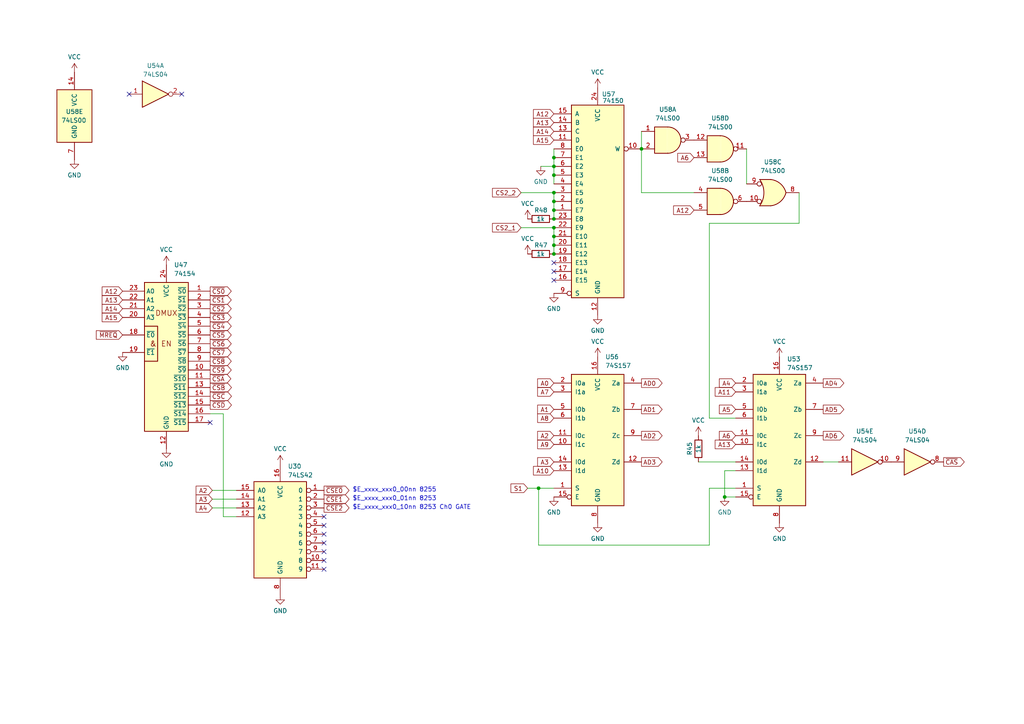
<source format=kicad_sch>
(kicad_sch (version 20230121) (generator eeschema)
  (paper "A4")
  (title_block (title "DECODER") (date "2023-08-07") (comment 2 "U54 E,D") (comment 3 "U47 U53 U56 U57 U58") (comment 4 "U54 74LS04 MZ-80C基板より"))
  (lib_symbols
    (symbol "74150:74150" (pin_names (offset 1.016))
      (property "Reference" "U" (at -7.62 21.59 0))
      (property "Value" "74150" (at -5.08 -36.83 0))
      (symbol "74150_1_0"
        (pin input line (at -12.7 -10.16 0) (length 5.08) (name "E7") (number "1"))
        (pin output inverted (at 12.7 7.62 180) (length 5.08) (name "W") (number "10"))
        (pin input line (at -12.7 10.16 0) (length 5.08) (name "D") (number "11"))
        (pin power_in line (at 0 -40.64 90) (length 5.08) (name "GND") (number "12"))
        (pin input line (at -12.7 12.7 0) (length 5.08) (name "C") (number "13"))
        (pin input line (at -12.7 15.24 0) (length 5.08) (name "B") (number "14"))
        (pin input line (at -12.7 17.78 0) (length 5.08) (name "A") (number "15"))
        (pin input line (at -12.7 -30.48 0) (length 5.08) (name "E15") (number "16"))
        (pin input line (at -12.7 -27.94 0) (length 5.08) (name "E14") (number "17"))
        (pin input line (at -12.7 -25.4 0) (length 5.08) (name "E13") (number "18"))
        (pin input line (at -12.7 -22.86 0) (length 5.08) (name "E12") (number "19"))
        (pin input line (at -12.7 -7.62 0) (length 5.08) (name "E6") (number "2"))
        (pin input line (at -12.7 -20.32 0) (length 5.08) (name "E11") (number "20"))
        (pin input line (at -12.7 -17.78 0) (length 5.08) (name "E10") (number "21"))
        (pin input line (at -12.7 -15.24 0) (length 5.08) (name "E9") (number "22"))
        (pin input line (at -12.7 -12.7 0) (length 5.08) (name "E8") (number "23"))
        (pin power_in line (at 0 25.4 270) (length 5.08) (name "VCC") (number "24"))
        (pin input line (at -12.7 -5.08 0) (length 5.08) (name "E5") (number "3"))
        (pin input line (at -12.7 -2.54 0) (length 5.08) (name "E4") (number "4"))
        (pin input line (at -12.7 0 0) (length 5.08) (name "E3") (number "5"))
        (pin input line (at -12.7 2.54 0) (length 5.08) (name "E2") (number "6"))
        (pin input line (at -12.7 5.08 0) (length 5.08) (name "E1") (number "7"))
        (pin input line (at -12.7 7.62 0) (length 5.08) (name "E0") (number "8"))
        (pin input inverted (at -12.7 -34.29 0) (length 5.08) (name "S") (number "9"))
      )
      (symbol "74150_1_1"
        (rectangle (start -7.62 20.32) (end 7.62 -35.56) (stroke (width 0.254)) (fill (type background)))
      )
    )
    (symbol "74154:74154"
      (property "Reference" "U" (at 6.35 25.4 0))
      (property "Value" "74154" (at 7.62 -21.59 0))
      (symbol "74154_0_0"
        (rectangle (start -6.35 22.86) (end 6.35 -20.32) (stroke (width 0.254)) (fill (type background)))
        (polyline (pts (xy -6.35 10.16) (xy -2.54 10.16) (xy -2.54 0) (xy -6.35 0) (xy -6.35 0)) (stroke (width 0.254)) (fill (type background)))
        (text "&" (at -3.81 5.08 0) (effects (font (size 1.524 1.524))))
        (text "DMUX" (at 0 13.97 0) (effects (font (size 1.524 1.524))))
        (text "EN" (at 0 5.08 0) (effects (font (size 1.524 1.524))))
        (pin power_in line (at 0 -25.4 90) (length 5.08) (name "GND") (number "12"))
        (pin power_in line (at 0 27.94 270) (length 5.08) (name "VCC") (number "24"))
      )
      (symbol "74154_1_1"
        (pin output line (at 12.7 20.32 180) (length 6.35) (name "~{S0}") (number "1"))
        (pin output line (at 12.7 -2.54 180) (length 6.35) (name "~{S9}") (number "10"))
        (pin output line (at 12.7 -5.08 180) (length 6.35) (name "~{S10}") (number "11"))
        (pin output line (at 12.7 -7.62 180) (length 6.35) (name "~{S11}") (number "13"))
        (pin output line (at 12.7 -10.16 180) (length 6.35) (name "~{S12}") (number "14"))
        (pin output line (at 12.7 -12.7 180) (length 6.35) (name "~{S13}") (number "15"))
        (pin output line (at 12.7 -15.24 180) (length 6.35) (name "~{S14}") (number "16"))
        (pin output line (at 12.7 -17.78 180) (length 6.35) (name "~{S15}") (number "17"))
        (pin input line (at -12.7 7.62 0) (length 6.35) (name "~{E0}") (number "18"))
        (pin input line (at -12.7 2.54 0) (length 6.35) (name "~{E1}") (number "19"))
        (pin output line (at 12.7 17.78 180) (length 6.35) (name "~{S1}") (number "2"))
        (pin input line (at -12.7 12.7 0) (length 6.35) (name "A3") (number "20"))
        (pin input line (at -12.7 15.24 0) (length 6.35) (name "A2") (number "21"))
        (pin input line (at -12.7 17.78 0) (length 6.35) (name "A1") (number "22"))
        (pin input line (at -12.7 20.32 0) (length 6.35) (name "A0") (number "23"))
        (pin output line (at 12.7 15.24 180) (length 6.35) (name "~{S2}") (number "3"))
        (pin output line (at 12.7 12.7 180) (length 6.35) (name "~{S3}") (number "4"))
        (pin output line (at 12.7 10.16 180) (length 6.35) (name "~{S4}") (number "5"))
        (pin output line (at 12.7 7.62 180) (length 6.35) (name "~{S5}") (number "6"))
        (pin output line (at 12.7 5.08 180) (length 6.35) (name "~{S6}") (number "7"))
        (pin output line (at 12.7 2.54 180) (length 6.35) (name "~{S7}") (number "8"))
        (pin output line (at 12.7 0 180) (length 6.35) (name "~{S8}") (number "9"))
      )
    )
    (symbol "74xx:74LS00" (pin_names (offset 1.016))
      (property "Reference" "U" (at 0 1.27 0))
      (property "Value" "74LS00" (at 0 -1.27 0))
      (symbol "74LS00_1_1"
        (arc (start 0 -3.81) (mid 3.7934 0) (end 0 3.81) (stroke (width 0.254)) (fill (type background)))
        (polyline (pts (xy 0 3.81) (xy -3.81 3.81) (xy -3.81 -3.81) (xy 0 -3.81)) (stroke (width 0.254)) (fill (type background)))
        (pin input line (at -7.62 2.54 0) (length 3.81) (name "~") (number "1"))
        (pin input line (at -7.62 -2.54 0) (length 3.81) (name "~") (number "2"))
        (pin output inverted (at 7.62 0 180) (length 3.81) (name "~") (number "3"))
      )
      (symbol "74LS00_1_2"
        (arc (start -3.81 -3.81) (mid -2.589 0) (end -3.81 3.81) (stroke (width 0.254)))
        (arc (start -0.6096 -3.81) (mid 2.1842 -2.5851) (end 3.81 0) (stroke (width 0.254)) (fill (type background)))
        (polyline (pts (xy -3.81 -3.81) (xy -0.635 -3.81)) (stroke (width 0.254)) (fill (type background)))
        (polyline (pts (xy -3.81 3.81) (xy -0.635 3.81)) (stroke (width 0.254)) (fill (type background)))
        (polyline (pts (xy -0.635 3.81) (xy -3.81 3.81) (xy -3.81 3.81) (xy -3.556 3.4036) (xy -3.0226 2.2606) (xy -2.6924 1.0414) (xy -2.6162 -0.254) (xy -2.7686 -1.4986) (xy -3.175 -2.7178) (xy -3.81 -3.81) (xy -3.81 -3.81) (xy -0.635 -3.81)) (stroke (width -25.4)) (fill (type background)))
        (arc (start 3.81 0) (mid 2.1915 2.5936) (end -0.6096 3.81) (stroke (width 0.254)) (fill (type background)))
        (pin input inverted (at -7.62 2.54 0) (length 4.318) (name "~") (number "1"))
        (pin input inverted (at -7.62 -2.54 0) (length 4.318) (name "~") (number "2"))
        (pin output line (at 7.62 0 180) (length 3.81) (name "~") (number "3"))
      )
      (symbol "74LS00_2_1"
        (arc (start 0 -3.81) (mid 3.7934 0) (end 0 3.81) (stroke (width 0.254)) (fill (type background)))
        (polyline (pts (xy 0 3.81) (xy -3.81 3.81) (xy -3.81 -3.81) (xy 0 -3.81)) (stroke (width 0.254)) (fill (type background)))
        (pin input line (at -7.62 2.54 0) (length 3.81) (name "~") (number "4"))
        (pin input line (at -7.62 -2.54 0) (length 3.81) (name "~") (number "5"))
        (pin output inverted (at 7.62 0 180) (length 3.81) (name "~") (number "6"))
      )
      (symbol "74LS00_2_2"
        (arc (start -3.81 -3.81) (mid -2.589 0) (end -3.81 3.81) (stroke (width 0.254)))
        (arc (start -0.6096 -3.81) (mid 2.1842 -2.5851) (end 3.81 0) (stroke (width 0.254)) (fill (type background)))
        (polyline (pts (xy -3.81 -3.81) (xy -0.635 -3.81)) (stroke (width 0.254)) (fill (type background)))
        (polyline (pts (xy -3.81 3.81) (xy -0.635 3.81)) (stroke (width 0.254)) (fill (type background)))
        (polyline (pts (xy -0.635 3.81) (xy -3.81 3.81) (xy -3.81 3.81) (xy -3.556 3.4036) (xy -3.0226 2.2606) (xy -2.6924 1.0414) (xy -2.6162 -0.254) (xy -2.7686 -1.4986) (xy -3.175 -2.7178) (xy -3.81 -3.81) (xy -3.81 -3.81) (xy -0.635 -3.81)) (stroke (width -25.4)) (fill (type background)))
        (arc (start 3.81 0) (mid 2.1915 2.5936) (end -0.6096 3.81) (stroke (width 0.254)) (fill (type background)))
        (pin input inverted (at -7.62 2.54 0) (length 4.318) (name "~") (number "4"))
        (pin input inverted (at -7.62 -2.54 0) (length 4.318) (name "~") (number "5"))
        (pin output line (at 7.62 0 180) (length 3.81) (name "~") (number "6"))
      )
      (symbol "74LS00_3_1"
        (arc (start 0 -3.81) (mid 3.7934 0) (end 0 3.81) (stroke (width 0.254)) (fill (type background)))
        (polyline (pts (xy 0 3.81) (xy -3.81 3.81) (xy -3.81 -3.81) (xy 0 -3.81)) (stroke (width 0.254)) (fill (type background)))
        (pin input line (at -7.62 -2.54 0) (length 3.81) (name "~") (number "10"))
        (pin output inverted (at 7.62 0 180) (length 3.81) (name "~") (number "8"))
        (pin input line (at -7.62 2.54 0) (length 3.81) (name "~") (number "9"))
      )
      (symbol "74LS00_3_2"
        (arc (start -3.81 -3.81) (mid -2.589 0) (end -3.81 3.81) (stroke (width 0.254)))
        (arc (start -0.6096 -3.81) (mid 2.1842 -2.5851) (end 3.81 0) (stroke (width 0.254)) (fill (type background)))
        (polyline (pts (xy -3.81 -3.81) (xy -0.635 -3.81)) (stroke (width 0.254)) (fill (type background)))
        (polyline (pts (xy -3.81 3.81) (xy -0.635 3.81)) (stroke (width 0.254)) (fill (type background)))
        (polyline (pts (xy -0.635 3.81) (xy -3.81 3.81) (xy -3.81 3.81) (xy -3.556 3.4036) (xy -3.0226 2.2606) (xy -2.6924 1.0414) (xy -2.6162 -0.254) (xy -2.7686 -1.4986) (xy -3.175 -2.7178) (xy -3.81 -3.81) (xy -3.81 -3.81) (xy -0.635 -3.81)) (stroke (width -25.4)) (fill (type background)))
        (arc (start 3.81 0) (mid 2.1915 2.5936) (end -0.6096 3.81) (stroke (width 0.254)) (fill (type background)))
        (pin input inverted (at -7.62 -2.54 0) (length 4.318) (name "~") (number "10"))
        (pin output line (at 7.62 0 180) (length 3.81) (name "~") (number "8"))
        (pin input inverted (at -7.62 2.54 0) (length 4.318) (name "~") (number "9"))
      )
      (symbol "74LS00_4_1"
        (arc (start 0 -3.81) (mid 3.7934 0) (end 0 3.81) (stroke (width 0.254)) (fill (type background)))
        (polyline (pts (xy 0 3.81) (xy -3.81 3.81) (xy -3.81 -3.81) (xy 0 -3.81)) (stroke (width 0.254)) (fill (type background)))
        (pin output inverted (at 7.62 0 180) (length 3.81) (name "~") (number "11"))
        (pin input line (at -7.62 2.54 0) (length 3.81) (name "~") (number "12"))
        (pin input line (at -7.62 -2.54 0) (length 3.81) (name "~") (number "13"))
      )
      (symbol "74LS00_4_2"
        (arc (start -3.81 -3.81) (mid -2.589 0) (end -3.81 3.81) (stroke (width 0.254)))
        (arc (start -0.6096 -3.81) (mid 2.1842 -2.5851) (end 3.81 0) (stroke (width 0.254)) (fill (type background)))
        (polyline (pts (xy -3.81 -3.81) (xy -0.635 -3.81)) (stroke (width 0.254)) (fill (type background)))
        (polyline (pts (xy -3.81 3.81) (xy -0.635 3.81)) (stroke (width 0.254)) (fill (type background)))
        (polyline (pts (xy -0.635 3.81) (xy -3.81 3.81) (xy -3.81 3.81) (xy -3.556 3.4036) (xy -3.0226 2.2606) (xy -2.6924 1.0414) (xy -2.6162 -0.254) (xy -2.7686 -1.4986) (xy -3.175 -2.7178) (xy -3.81 -3.81) (xy -3.81 -3.81) (xy -0.635 -3.81)) (stroke (width -25.4)) (fill (type background)))
        (arc (start 3.81 0) (mid 2.1915 2.5936) (end -0.6096 3.81) (stroke (width 0.254)) (fill (type background)))
        (pin output line (at 7.62 0 180) (length 3.81) (name "~") (number "11"))
        (pin input inverted (at -7.62 2.54 0) (length 4.318) (name "~") (number "12"))
        (pin input inverted (at -7.62 -2.54 0) (length 4.318) (name "~") (number "13"))
      )
      (symbol "74LS00_5_0"
        (pin power_in line (at 0 12.7 270) (length 5.08) (name "VCC") (number "14"))
        (pin power_in line (at 0 -12.7 90) (length 5.08) (name "GND") (number "7"))
      )
      (symbol "74LS00_5_1"
        (rectangle (start -5.08 7.62) (end 5.08 -7.62) (stroke (width 0.254)) (fill (type background)))
      )
    )
    (symbol "74xx:74LS04"
      (property "Reference" "U" (at 0 1.27 0))
      (property "Value" "74LS04" (at 0 -1.27 0))
      (symbol "74LS04_1_0"
        (polyline (pts (xy -3.81 3.81) (xy -3.81 -3.81) (xy 3.81 0) (xy -3.81 3.81)) (stroke (width 0.254)) (fill (type background)))
        (pin input line (at -7.62 0 0) (length 3.81) (name "~") (number "1"))
        (pin output inverted (at 7.62 0 180) (length 3.81) (name "~") (number "2"))
      )
      (symbol "74LS04_2_0"
        (polyline (pts (xy -3.81 3.81) (xy -3.81 -3.81) (xy 3.81 0) (xy -3.81 3.81)) (stroke (width 0.254)) (fill (type background)))
        (pin input line (at -7.62 0 0) (length 3.81) (name "~") (number "3"))
        (pin output inverted (at 7.62 0 180) (length 3.81) (name "~") (number "4"))
      )
      (symbol "74LS04_3_0"
        (polyline (pts (xy -3.81 3.81) (xy -3.81 -3.81) (xy 3.81 0) (xy -3.81 3.81)) (stroke (width 0.254)) (fill (type background)))
        (pin input line (at -7.62 0 0) (length 3.81) (name "~") (number "5"))
        (pin output inverted (at 7.62 0 180) (length 3.81) (name "~") (number "6"))
      )
      (symbol "74LS04_4_0"
        (polyline (pts (xy -3.81 3.81) (xy -3.81 -3.81) (xy 3.81 0) (xy -3.81 3.81)) (stroke (width 0.254)) (fill (type background)))
        (pin output inverted (at 7.62 0 180) (length 3.81) (name "~") (number "8"))
        (pin input line (at -7.62 0 0) (length 3.81) (name "~") (number "9"))
      )
      (symbol "74LS04_5_0"
        (polyline (pts (xy -3.81 3.81) (xy -3.81 -3.81) (xy 3.81 0) (xy -3.81 3.81)) (stroke (width 0.254)) (fill (type background)))
        (pin output inverted (at 7.62 0 180) (length 3.81) (name "~") (number "10"))
        (pin input line (at -7.62 0 0) (length 3.81) (name "~") (number "11"))
      )
      (symbol "74LS04_6_0"
        (polyline (pts (xy -3.81 3.81) (xy -3.81 -3.81) (xy 3.81 0) (xy -3.81 3.81)) (stroke (width 0.254)) (fill (type background)))
        (pin output inverted (at 7.62 0 180) (length 3.81) (name "~") (number "12"))
        (pin input line (at -7.62 0 0) (length 3.81) (name "~") (number "13"))
      )
      (symbol "74LS04_7_0"
        (pin power_in line (at 0 12.7 270) (length 5.08) (name "VCC") (number "14"))
        (pin power_in line (at 0 -12.7 90) (length 5.08) (name "GND") (number "7"))
      )
      (symbol "74LS04_7_1"
        (rectangle (start -5.08 7.62) (end 5.08 -7.62) (stroke (width 0.254)) (fill (type background)))
      )
    )
    (symbol "74xx:74LS157" (pin_names (offset 1.016))
      (property "Reference" "U" (at -7.62 19.05 0))
      (property "Value" "74LS157" (at -7.62 -21.59 0))
      (symbol "74LS157_1_0"
        (pin input line (at -12.7 -15.24 0) (length 5.08) (name "S") (number "1"))
        (pin input line (at -12.7 -2.54 0) (length 5.08) (name "I1c") (number "10"))
        (pin input line (at -12.7 0 0) (length 5.08) (name "I0c") (number "11"))
        (pin output line (at 12.7 -7.62 180) (length 5.08) (name "Zd") (number "12"))
        (pin input line (at -12.7 -10.16 0) (length 5.08) (name "I1d") (number "13"))
        (pin input line (at -12.7 -7.62 0) (length 5.08) (name "I0d") (number "14"))
        (pin input inverted (at -12.7 -17.78 0) (length 5.08) (name "E") (number "15"))
        (pin power_in line (at 0 22.86 270) (length 5.08) (name "VCC") (number "16"))
        (pin input line (at -12.7 15.24 0) (length 5.08) (name "I0a") (number "2"))
        (pin input line (at -12.7 12.7 0) (length 5.08) (name "I1a") (number "3"))
        (pin output line (at 12.7 15.24 180) (length 5.08) (name "Za") (number "4"))
        (pin input line (at -12.7 7.62 0) (length 5.08) (name "I0b") (number "5"))
        (pin input line (at -12.7 5.08 0) (length 5.08) (name "I1b") (number "6"))
        (pin output line (at 12.7 7.62 180) (length 5.08) (name "Zb") (number "7"))
        (pin power_in line (at 0 -25.4 90) (length 5.08) (name "GND") (number "8"))
        (pin output line (at 12.7 0 180) (length 5.08) (name "Zc") (number "9"))
      )
      (symbol "74LS157_1_1"
        (rectangle (start -7.62 17.78) (end 7.62 -20.32) (stroke (width 0.254)) (fill (type background)))
      )
    )
    (symbol "74xx:74LS42" (pin_names (offset 1.016))
      (property "Reference" "U" (at -7.62 13.97 0))
      (property "Value" "74LS42" (at -7.62 -16.51 0))
      (symbol "74LS42_1_0"
        (pin output inverted (at 12.7 10.16 180) (length 5.08) (name "0") (number "1"))
        (pin output inverted (at 12.7 -10.16 180) (length 5.08) (name "8") (number "10"))
        (pin output inverted (at 12.7 -12.7 180) (length 5.08) (name "9") (number "11"))
        (pin input line (at -12.7 2.54 0) (length 5.08) (name "A3") (number "12"))
        (pin input line (at -12.7 5.08 0) (length 5.08) (name "A2") (number "13"))
        (pin input line (at -12.7 7.62 0) (length 5.08) (name "A1") (number "14"))
        (pin input line (at -12.7 10.16 0) (length 5.08) (name "A0") (number "15"))
        (pin power_in line (at 0 17.78 270) (length 5.08) (name "VCC") (number "16"))
        (pin output inverted (at 12.7 7.62 180) (length 5.08) (name "1") (number "2"))
        (pin output inverted (at 12.7 5.08 180) (length 5.08) (name "2") (number "3"))
        (pin output inverted (at 12.7 2.54 180) (length 5.08) (name "3") (number "4"))
        (pin output inverted (at 12.7 0 180) (length 5.08) (name "4") (number "5"))
        (pin output inverted (at 12.7 -2.54 180) (length 5.08) (name "5") (number "6"))
        (pin output inverted (at 12.7 -5.08 180) (length 5.08) (name "6") (number "7"))
        (pin power_in line (at 0 -20.32 90) (length 5.08) (name "GND") (number "8"))
        (pin output inverted (at 12.7 -7.62 180) (length 5.08) (name "7") (number "9"))
      )
      (symbol "74LS42_1_1"
        (rectangle (start -7.62 12.7) (end 7.62 -15.24) (stroke (width 0.254)) (fill (type background)))
      )
    )
    (symbol "Device:R" (pin_numbers hide) (pin_names (offset 0))
      (property "Reference" "R" (at 2.032 0 90))
      (property "Value" "R" (at 0 0 90))
      (symbol "R_0_1"
        (rectangle (start -1.016 -2.54) (end 1.016 2.54) (stroke (width 0.254)))
      )
      (symbol "R_1_1"
        (pin passive line (at 0 3.81 270) (length 1.27) (name "~") (number "1"))
        (pin passive line (at 0 -3.81 90) (length 1.27) (name "~") (number "2"))
      )
    )
    (symbol "power:GND" (power) (pin_names (offset 0))
      (property "Value" "GND" (at 0 -3.81 0))
      (symbol "GND_0_1"
        (polyline (pts (xy 0 0) (xy 0 -1.27) (xy 1.27 -1.27) (xy 0 -2.54) (xy -1.27 -1.27) (xy 0 -1.27)))
      )
      (symbol "GND_1_1"
        (pin power_in line (at 0 0 270) (length 0) hide (name "GND") (number "1"))
      )
    )
    (symbol "power:VCC" (power) (pin_names (offset 0))
      (property "Value" "VCC" (at 0 3.81 0))
      (symbol "VCC_0_1"
        (polyline (pts (xy -0.762 1.27) (xy 0 2.54)))
        (polyline (pts (xy 0 0) (xy 0 2.54)))
        (polyline (pts (xy 0 2.54) (xy 0.762 1.27)))
      )
      (symbol "VCC_1_1"
        (pin power_in line (at 0 0 90) (length 0) hide (name "VCC") (number "1"))
      )
    )
  )
  (junction (at 160.655 66.04))
  (junction (at 160.655 48.26))
  (junction (at 160.655 63.5))
  (junction (at 160.655 68.58))
  (junction (at 160.655 73.66))
  (junction (at 160.655 50.8))
  (junction (at 160.655 71.12))
  (junction (at 156.21 141.605))
  (junction (at 160.655 60.96))
  (junction (at 160.655 58.42))
  (junction (at 210.185 144.145))
  (junction (at 186.055 43.18))
  (junction (at 160.655 45.72))
  (junction (at 160.655 55.88))
  (no_connect (at 93.98 152.4))
  (no_connect (at 93.98 154.94))
  (no_connect (at 93.98 157.48))
  (no_connect (at 60.96 122.555))
  (no_connect (at 93.98 162.56))
  (no_connect (at 160.655 78.74))
  (no_connect (at 93.98 160.02))
  (no_connect (at 52.705 27.305))
  (no_connect (at 93.98 149.86))
  (no_connect (at 37.465 27.305))
  (no_connect (at 160.655 81.28))
  (no_connect (at 160.655 76.2))
  (no_connect (at 93.98 165.1))
  (wire (pts (xy 61.595 147.32) (xy 68.58 147.32)))
  (wire (pts (xy 61.595 144.78) (xy 68.58 144.78)))
  (wire (pts (xy 64.77 149.86) (xy 64.77 120.015)))
  (wire (pts (xy 68.58 149.86) (xy 64.77 149.86)))
  (wire (pts (xy 216.535 43.18) (xy 216.535 53.34)))
  (wire (pts (xy 156.21 141.605) (xy 156.21 158.115)))
  (wire (pts (xy 160.655 58.42) (xy 160.655 60.96)))
  (wire (pts (xy 156.21 141.605) (xy 160.655 141.605)))
  (wire (pts (xy 160.655 50.8) (xy 160.655 53.34)))
  (wire (pts (xy 160.655 45.72) (xy 160.655 48.26)))
  (wire (pts (xy 153.035 141.605) (xy 156.21 141.605)))
  (wire (pts (xy 160.655 55.88) (xy 160.655 58.42)))
  (wire (pts (xy 205.74 141.605) (xy 213.36 141.605)))
  (wire (pts (xy 202.565 133.985) (xy 213.36 133.985)))
  (wire (pts (xy 186.055 38.1) (xy 186.055 43.18)))
  (wire (pts (xy 205.74 121.285) (xy 213.36 121.285)))
  (wire (pts (xy 160.655 66.04) (xy 160.655 68.58)))
  (wire (pts (xy 238.76 133.985) (xy 243.205 133.985)))
  (wire (pts (xy 156.21 158.115) (xy 205.74 158.115)))
  (wire (pts (xy 205.74 64.77) (xy 231.775 64.77)))
  (wire (pts (xy 151.13 55.88) (xy 160.655 55.88)))
  (wire (pts (xy 160.655 43.18) (xy 160.655 45.72)))
  (wire (pts (xy 231.775 64.77) (xy 231.775 55.88)))
  (wire (pts (xy 160.655 60.96) (xy 160.655 63.5)))
  (wire (pts (xy 61.595 142.24) (xy 68.58 142.24)))
  (wire (pts (xy 201.295 55.88) (xy 186.055 55.88)))
  (wire (pts (xy 64.77 120.015) (xy 60.96 120.015)))
  (wire (pts (xy 210.185 136.525) (xy 210.185 144.145)))
  (wire (pts (xy 213.36 136.525) (xy 210.185 136.525)))
  (wire (pts (xy 160.655 48.26) (xy 160.655 50.8)))
  (wire (pts (xy 205.74 121.285) (xy 205.74 64.77)))
  (wire (pts (xy 205.74 158.115) (xy 205.74 141.605)))
  (wire (pts (xy 160.655 68.58) (xy 160.655 71.12)))
  (wire (pts (xy 160.655 71.12) (xy 160.655 73.66)))
  (wire (pts (xy 156.845 48.26) (xy 160.655 48.26)))
  (wire (pts (xy 210.185 144.145) (xy 213.36 144.145)))
  (wire (pts (xy 186.055 55.88) (xy 186.055 43.18)))
  (wire (pts (xy 151.13 66.04) (xy 160.655 66.04)))
  (text "$E_xxxx_xxx0_01nn 8253" (at 102.235 145.415 0) (effects (font (size 1.27 1.27)) (justify left bottom)))
  (text "$E_xxxx_xxx0_10nn 8253 Ch0 GATE" (at 102.235 147.955 0) (effects (font (size 1.27 1.27)) (justify left bottom)))
  (text "$E_xxxx_xxx0_00nn 8255" (at 102.235 142.875 0) (effects (font (size 1.27 1.27)) (justify left bottom)))
  (global_label "~{CSE2}" (shape output) (at 93.98 147.32 0) (property "Intersheetrefs" "${INTERSHEET_REFS}" (effects hide)))
  (global_label "AD6" (shape output) (at 238.76 126.365 0) (property "Intersheetrefs" "${INTERSHEET_REFS}" (effects hide)))
  (global_label "A4" (shape input) (at 213.36 111.125 180) (property "Intersheetrefs" "${INTERSHEET_REFS}" (effects hide)))
  (global_label "A15" (shape input) (at 160.655 40.64 180) (property "Intersheetrefs" "${INTERSHEET_REFS}" (effects hide)))
  (global_label "~{CS7}" (shape output) (at 60.96 102.235 0) (property "Intersheetrefs" "${INTERSHEET_REFS}" (effects hide)))
  (global_label "AD4" (shape output) (at 238.76 111.125 0) (property "Intersheetrefs" "${INTERSHEET_REFS}" (effects hide)))
  (global_label "A8" (shape input) (at 160.655 121.285 180) (property "Intersheetrefs" "${INTERSHEET_REFS}" (effects hide)))
  (global_label "A10" (shape input) (at 160.655 136.525 180) (property "Intersheetrefs" "${INTERSHEET_REFS}" (effects hide)))
  (global_label "A0" (shape input) (at 160.655 111.125 180) (property "Intersheetrefs" "${INTERSHEET_REFS}" (effects hide)))
  (global_label "A12" (shape input) (at 35.56 84.455 180) (property "Intersheetrefs" "${INTERSHEET_REFS}" (effects hide)))
  (global_label "~{CS1}" (shape output) (at 60.96 86.995 0) (property "Intersheetrefs" "${INTERSHEET_REFS}" (effects hide)))
  (global_label "A1" (shape input) (at 160.655 118.745 180) (property "Intersheetrefs" "${INTERSHEET_REFS}" (effects hide)))
  (global_label "~{CS2}" (shape output) (at 60.96 89.535 0) (property "Intersheetrefs" "${INTERSHEET_REFS}" (effects hide)))
  (global_label "~{MREQ}" (shape input) (at 35.56 97.155 180) (property "Intersheetrefs" "${INTERSHEET_REFS}" (effects hide)))
  (global_label "A7" (shape input) (at 160.655 113.665 180) (property "Intersheetrefs" "${INTERSHEET_REFS}" (effects hide)))
  (global_label "~{CAS}" (shape output) (at 273.685 133.985 0) (property "Intersheetrefs" "${INTERSHEET_REFS}" (effects hide)))
  (global_label "~{CS5}" (shape output) (at 60.96 97.155 0) (property "Intersheetrefs" "${INTERSHEET_REFS}" (effects hide)))
  (global_label "A9" (shape input) (at 160.655 128.905 180) (property "Intersheetrefs" "${INTERSHEET_REFS}" (effects hide)))
  (global_label "A12" (shape input) (at 201.295 60.96 180) (property "Intersheetrefs" "${INTERSHEET_REFS}" (effects hide)))
  (global_label "~{CS0}" (shape output) (at 60.96 84.455 0) (property "Intersheetrefs" "${INTERSHEET_REFS}" (effects hide)))
  (global_label "AD1" (shape output) (at 186.055 118.745 0) (property "Intersheetrefs" "${INTERSHEET_REFS}" (effects hide)))
  (global_label "~{CSD}" (shape output) (at 60.96 117.475 0) (property "Intersheetrefs" "${INTERSHEET_REFS}" (effects hide)))
  (global_label "A5" (shape input) (at 213.36 118.745 180) (property "Intersheetrefs" "${INTERSHEET_REFS}" (effects hide)))
  (global_label "~{CSA}" (shape output) (at 60.96 109.855 0) (property "Intersheetrefs" "${INTERSHEET_REFS}" (effects hide)))
  (global_label "A6" (shape input) (at 201.295 45.72 180) (property "Intersheetrefs" "${INTERSHEET_REFS}" (effects hide)))
  (global_label "AD0" (shape output) (at 186.055 111.125 0) (property "Intersheetrefs" "${INTERSHEET_REFS}" (effects hide)))
  (global_label "A6" (shape input) (at 213.36 126.365 180) (property "Intersheetrefs" "${INTERSHEET_REFS}" (effects hide)))
  (global_label "~{CS6}" (shape output) (at 60.96 99.695 0) (property "Intersheetrefs" "${INTERSHEET_REFS}" (effects hide)))
  (global_label "A2" (shape input) (at 160.655 126.365 180) (property "Intersheetrefs" "${INTERSHEET_REFS}" (effects hide)))
  (global_label "AD2" (shape output) (at 186.055 126.365 0) (property "Intersheetrefs" "${INTERSHEET_REFS}" (effects hide)))
  (global_label "A13" (shape input) (at 160.655 35.56 180) (property "Intersheetrefs" "${INTERSHEET_REFS}" (effects hide)))
  (global_label "CS2_1" (shape input) (at 151.13 66.04 180) (property "Intersheetrefs" "${INTERSHEET_REFS}" (effects hide)))
  (global_label "A13" (shape input) (at 213.36 128.905 180) (property "Intersheetrefs" "${INTERSHEET_REFS}" (effects hide)))
  (global_label "~{CSE1}" (shape output) (at 93.98 144.78 0) (property "Intersheetrefs" "${INTERSHEET_REFS}" (effects hide)))
  (global_label "S1" (shape input) (at 153.035 141.605 180) (property "Intersheetrefs" "${INTERSHEET_REFS}" (effects hide)))
  (global_label "A4" (shape input) (at 61.595 147.32 180) (property "Intersheetrefs" "${INTERSHEET_REFS}" (effects hide)))
  (global_label "AD5" (shape output) (at 238.76 118.745 0) (property "Intersheetrefs" "${INTERSHEET_REFS}" (effects hide)))
  (global_label "A13" (shape input) (at 35.56 86.995 180) (property "Intersheetrefs" "${INTERSHEET_REFS}" (effects hide)))
  (global_label "~{CS8}" (shape output) (at 60.96 104.775 0) (property "Intersheetrefs" "${INTERSHEET_REFS}" (effects hide)))
  (global_label "~{CS9}" (shape output) (at 60.96 107.315 0) (property "Intersheetrefs" "${INTERSHEET_REFS}" (effects hide)))
  (global_label "A15" (shape input) (at 35.56 92.075 180) (property "Intersheetrefs" "${INTERSHEET_REFS}" (effects hide)))
  (global_label "A2" (shape input) (at 61.595 142.24 180) (property "Intersheetrefs" "${INTERSHEET_REFS}" (effects hide)))
  (global_label "~{CS4}" (shape output) (at 60.96 94.615 0) (property "Intersheetrefs" "${INTERSHEET_REFS}" (effects hide)))
  (global_label "A11" (shape input) (at 213.36 113.665 180) (property "Intersheetrefs" "${INTERSHEET_REFS}" (effects hide)))
  (global_label "~{CSB}" (shape output) (at 60.96 112.395 0) (property "Intersheetrefs" "${INTERSHEET_REFS}" (effects hide)))
  (global_label "AD3" (shape output) (at 186.055 133.985 0) (property "Intersheetrefs" "${INTERSHEET_REFS}" (effects hide)))
  (global_label "~{CSE0}" (shape output) (at 93.98 142.24 0) (property "Intersheetrefs" "${INTERSHEET_REFS}" (effects hide)))
  (global_label "A14" (shape input) (at 35.56 89.535 180) (property "Intersheetrefs" "${INTERSHEET_REFS}" (effects hide)))
  (global_label "~{CSC}" (shape output) (at 60.96 114.935 0) (property "Intersheetrefs" "${INTERSHEET_REFS}" (effects hide)))
  (global_label "CS2_2" (shape input) (at 151.13 55.88 180) (property "Intersheetrefs" "${INTERSHEET_REFS}" (effects hide)))
  (global_label "A3" (shape input) (at 61.595 144.78 180) (property "Intersheetrefs" "${INTERSHEET_REFS}" (effects hide)))
  (global_label "~{CS3}" (shape output) (at 60.96 92.075 0) (property "Intersheetrefs" "${INTERSHEET_REFS}" (effects hide)))
  (global_label "A14" (shape input) (at 160.655 38.1 180) (property "Intersheetrefs" "${INTERSHEET_REFS}" (effects hide)))
  (global_label "A3" (shape input) (at 160.655 133.985 180) (property "Intersheetrefs" "${INTERSHEET_REFS}" (effects hide)))
  (global_label "A12" (shape input) (at 160.655 33.02 180) (property "Intersheetrefs" "${INTERSHEET_REFS}" (effects hide)))
  (symbol (lib_id "power:VCC") (at 202.565 126.365 0) (unit 1)
    (property "Reference" "#PWR043" (effects hide))
    (property "Value" "VCC" (at 202.565 121.92 0))
  )
  (symbol (lib_id "74xx:74LS00") (at 208.915 43.18 0) (unit 4)
    (property "Reference" "U58" (at 208.9067 34.29 0))
    (property "Value" "74LS00" (at 208.9067 36.83 0))
    (property "Footprint" "Package_DIP:DIP-14_W7.62mm" (effects hide))
    (property "Datasheet" "http://www.ti.com/lit/gpn/sn74ls00" (effects hide))
  )
  (symbol (lib_id "74150:74150") (at 173.355 50.8 0) (unit 1)
    (property "Reference" "U57" (at 176.53 27.305 0))
    (property "Value" "74150" (at 177.8 29.21 0))
    (property "Datasheet" "https://e2e.ti.com/support/logic-group/logic/f/logic-forum/433284/ttl-74150-data-selector?keyMatch=74150" (effects hide))
  )
  (symbol (lib_id "74xx:74LS157") (at 173.355 126.365 0) (unit 1)
    (property "Reference" "U56" (at 175.5491 103.505 0) (effects (justify left)))
    (property "Value" "74S157" (at 175.5491 106.045 0) (effects (justify left)))
    (property "Footprint" "Package_DIP:DIP-16_W7.62mm" (effects hide))
    (property "Datasheet" "http://www.ti.com/lit/gpn/sn74LS157" (effects hide))
  )
  (symbol (lib_id "power:VCC") (at 21.59 20.955 0) (unit 1)
    (property "Reference" "#PWR050" (effects hide))
    (property "Value" "VCC" (at 21.59 16.51 0))
  )
  (symbol (lib_id "74xx:74LS00") (at 224.155 55.88 0) (unit 3) (convert 2)
    (property "Reference" "U58" (at 224.155 46.99 0))
    (property "Value" "74LS00" (at 224.155 49.53 0))
    (property "Footprint" "Package_DIP:DIP-14_W7.62mm" (effects hide))
    (property "Datasheet" "http://www.ti.com/lit/gpn/sn74ls00" (effects hide))
  )
  (symbol (lib_id "power:VCC") (at 173.355 103.505 0) (unit 1)
    (property "Reference" "#PWR039" (effects hide))
    (property "Value" "VCC" (at 173.355 99.06 0))
  )
  (symbol (lib_id "power:VCC") (at 226.06 103.505 0) (unit 1)
    (property "Reference" "#PWR040" (effects hide))
    (property "Value" "VCC" (at 226.06 99.06 0))
  )
  (symbol (lib_id "74xx:74LS04") (at 45.085 27.305 0) (unit 1)
    (property "Reference" "U54" (at 45.085 19.05 0))
    (property "Value" "74LS04" (at 45.085 21.59 0))
    (property "Footprint" "Package_DIP:DIP-14_W7.62mm" (effects hide))
    (property "Datasheet" "http://www.ti.com/lit/gpn/sn74LS04" (effects hide))
  )
  (symbol (lib_id "power:GND") (at 160.655 85.09 0) (unit 1)
    (property "Reference" "#PWR049" (effects hide))
    (property "Value" "GND" (at 160.655 89.535 0))
  )
  (symbol (lib_id "power:VCC") (at 153.035 73.66 0) (unit 1)
    (property "Reference" "#PWR048" (effects hide))
    (property "Value" "VCC" (at 153.035 69.215 0))
  )
  (symbol (lib_id "power:GND") (at 160.655 144.145 0) (unit 1)
    (property "Reference" "#PWR041" (effects hide))
    (property "Value" "GND" (at 160.655 148.59 0))
  )
  (symbol (lib_id "74xx:74LS42") (at 81.28 152.4 0) (unit 1)
    (property "Reference" "U30" (at 83.4741 135.255 0) (effects (justify left)))
    (property "Value" "74LS42" (at 83.4741 137.795 0) (effects (justify left)))
    (property "Footprint" "Package_DIP:DIP-16_W7.62mm" (effects hide))
    (property "Datasheet" "http://www.ti.com/lit/gpn/sn74LS42" (effects hide))
  )
  (symbol (lib_id "power:GND") (at 35.56 102.235 0) (unit 1)
    (property "Reference" "#PWR034" (effects hide))
    (property "Value" "GND" (at 35.56 106.68 0))
  )
  (symbol (lib_id "74xx:74LS04") (at 250.825 133.985 0) (unit 5)
    (property "Reference" "U54" (at 250.825 125.095 0))
    (property "Value" "74LS04" (at 250.825 127.635 0))
    (property "Footprint" "Package_DIP:DIP-14_W7.62mm" (effects hide))
    (property "Datasheet" "http://www.ti.com/lit/gpn/sn74LS04" (effects hide))
  )
  (symbol (lib_id "power:VCC") (at 173.355 25.4 0) (unit 1)
    (property "Reference" "#PWR044" (effects hide))
    (property "Value" "VCC" (at 173.355 20.955 0))
  )
  (symbol (lib_id "power:GND") (at 81.28 172.72 0) (unit 1)
    (property "Reference" "#PWR036" (effects hide))
    (property "Value" "GND" (at 81.28 177.165 0))
  )
  (symbol (lib_id "power:GND") (at 173.355 151.765 0) (unit 1)
    (property "Reference" "#PWR037" (effects hide))
    (property "Value" "GND" (at 173.355 156.21 0))
  )
  (symbol (lib_id "power:VCC") (at 81.28 134.62 0) (unit 1)
    (property "Reference" "#PWR035" (effects hide))
    (property "Value" "VCC" (at 81.28 130.175 0))
  )
  (symbol (lib_id "power:GND") (at 226.06 151.765 0) (unit 1)
    (property "Reference" "#PWR038" (effects hide))
    (property "Value" "GND" (at 226.06 156.21 0))
  )
  (symbol (lib_id "power:GND") (at 21.59 46.355 0) (unit 1)
    (property "Reference" "#PWR051" (effects hide))
    (property "Value" "GND" (at 21.59 50.8 0))
  )
  (symbol (lib_id "power:GND") (at 210.185 144.145 0) (unit 1)
    (property "Reference" "#PWR042" (effects hide))
    (property "Value" "GND" (at 210.185 148.59 0))
  )
  (symbol (lib_id "74xx:74LS157") (at 226.06 126.365 0) (unit 1)
    (property "Reference" "U53" (at 228.2541 104.14 0) (effects (justify left)))
    (property "Value" "74S157" (at 228.2541 106.68 0) (effects (justify left)))
    (property "Footprint" "Package_DIP:DIP-16_W7.62mm" (effects hide))
    (property "Datasheet" "http://www.ti.com/lit/gpn/sn74LS157" (effects hide))
  )
  (symbol (lib_id "power:GND") (at 156.845 48.26 0) (unit 1)
    (property "Reference" "#PWR046" (effects hide))
    (property "Value" "GND" (at 156.845 52.705 0))
  )
  (symbol (lib_id "74xx:74LS00") (at 208.915 58.42 0) (unit 2)
    (property "Reference" "U58" (at 208.9067 49.53 0))
    (property "Value" "74LS00" (at 208.9067 52.07 0))
    (property "Footprint" "Package_DIP:DIP-14_W7.62mm" (effects hide))
    (property "Datasheet" "http://www.ti.com/lit/gpn/sn74ls00" (effects hide))
  )
  (symbol (lib_id "power:GND") (at 48.26 130.175 0) (unit 1)
    (property "Reference" "#PWR033" (effects hide))
    (property "Value" "GND" (at 48.26 134.62 0))
  )
  (symbol (lib_id "74xx:74LS00") (at 21.59 33.655 0) (unit 5)
    (property "Reference" "U58" (at 19.05 32.385 0) (effects (justify left)))
    (property "Value" "74LS00" (at 17.78 34.925 0) (effects (justify left)))
    (property "Footprint" "Package_DIP:DIP-14_W7.62mm" (effects hide))
    (property "Datasheet" "http://www.ti.com/lit/gpn/sn74ls00" (effects hide))
  )
  (symbol (lib_id "Device:R") (at 156.845 63.5 270) (mirror x) (unit 1)
    (property "Reference" "R48" (at 154.94 60.96 90) (effects (justify left)))
    (property "Value" "1k" (at 155.575 63.5 90) (effects (justify left)))
  )
  (symbol (lib_id "74xx:74LS04") (at 266.065 133.985 0) (unit 4)
    (property "Reference" "U54" (at 266.065 125.095 0))
    (property "Value" "74LS04" (at 266.065 127.635 0))
    (property "Footprint" "Package_DIP:DIP-14_W7.62mm" (effects hide))
    (property "Datasheet" "http://www.ti.com/lit/gpn/sn74LS04" (effects hide))
  )
  (symbol (lib_id "power:GND") (at 173.355 91.44 0) (unit 1)
    (property "Reference" "#PWR045" (effects hide))
    (property "Value" "GND" (at 173.355 95.885 0))
  )
  (symbol (lib_id "74154:74154") (at 48.26 104.775 0) (unit 1)
    (property "Reference" "U47" (at 50.4541 76.835 0) (effects (justify left)))
    (property "Value" "74154" (at 50.4541 79.375 0) (effects (justify left)))
  )
  (symbol (lib_id "Device:R") (at 156.845 73.66 270) (mirror x) (unit 1)
    (property "Reference" "R47" (at 154.94 71.12 90) (effects (justify left)))
    (property "Value" "1k" (at 155.575 73.66 90) (effects (justify left)))
  )
  (symbol (lib_id "74xx:74LS00") (at 193.675 40.64 0) (unit 1)
    (property "Reference" "U58" (at 193.6667 31.75 0))
    (property "Value" "74LS00" (at 193.6667 34.29 0))
    (property "Footprint" "Package_DIP:DIP-14_W7.62mm" (effects hide))
    (property "Datasheet" "http://www.ti.com/lit/gpn/sn74ls00" (effects hide))
  )
  (symbol (lib_id "power:VCC") (at 153.035 63.5 0) (unit 1)
    (property "Reference" "#PWR047" (effects hide))
    (property "Value" "VCC" (at 153.035 59.055 0))
  )
  (symbol (lib_id "Device:R") (at 202.565 130.175 0) (mirror y) (unit 1)
    (property "Reference" "R45" (at 200.025 132.08 90) (effects (justify left)))
    (property "Value" "1k" (at 202.565 131.445 90) (effects (justify left)))
  )
  (symbol (lib_id "power:VCC") (at 48.26 76.835 0) (unit 1)
    (property "Reference" "#PWR032" (effects hide))
    (property "Value" "VCC" (at 48.26 72.39 0))
  )
)
</source>
